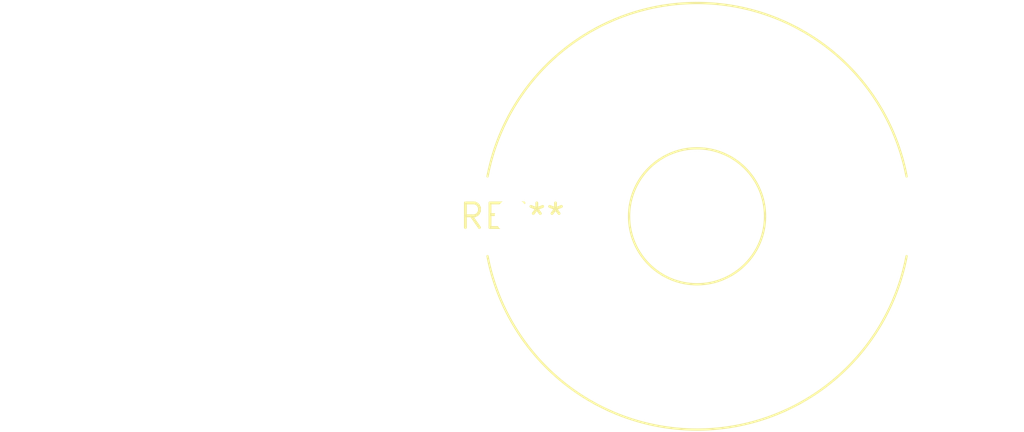
<source format=kicad_pcb>
(kicad_pcb (version 20240108) (generator pcbnew)
  (layers (0 "F.Cu" signal) (31 "B.Cu" signal) (34 "B.Paste" user) (35 "F.Paste" user) (36 "B.SilkS" user "B.Silkscreen") (37 "F.SilkS" user "F.Silkscreen") (38 "B.Mask" user) (39 "F.Mask" user) (44 "Edge.Cuts" user))
  (net 0 "")
  (footprint "L_Toroid_Horizontal_D21.8mm_P19.10mm_Bourns_2100" (layer "F.Cu") (at 0 0)
    (property "Reference" "REF**")
    (property "Value" "L_Toroid_Horizontal_D21.8mm_P19.10mm_Bourns_2100")
    (fp_arc (start -1.275747 -2.06) (mid 9.55 -11.02) (end 20.375747 -2.06) (layer "F.SilkS") (stroke (width 0.12)))
    (fp_arc (start 20.375747 2.06) (mid 9.55 11.02) (end -1.275747 2.06) (layer "F.SilkS") (stroke (width 0.12)))
    (fp_circle (center 9.55 0) (end 13.063333 0) (layer "F.SilkS") (stroke (width 0.12)) (fill none))
    (pad "1" thru_hole circle (at 0 0) (size 3.6 3.6) (drill 1.8) (layers *.Cu *.Mask) (remove_unused_layers))
    (pad "2" thru_hole circle (at 19.1 0) (size 3.6 3.6) (drill 1.8) (layers *.Cu *.Mask) (remove_unused_layers))
  )
)
</source>
